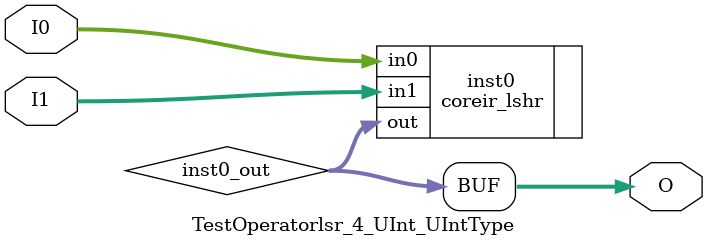
<source format=v>
module TestOperatorlsr_4_UInt_UIntType (input [3:0] I0, input [3:0] I1, output [3:0] O);
wire [3:0] inst0_out;
coreir_lshr inst0 (.in0(I0), .in1(I1), .out(inst0_out));
assign O = inst0_out;
endmodule


</source>
